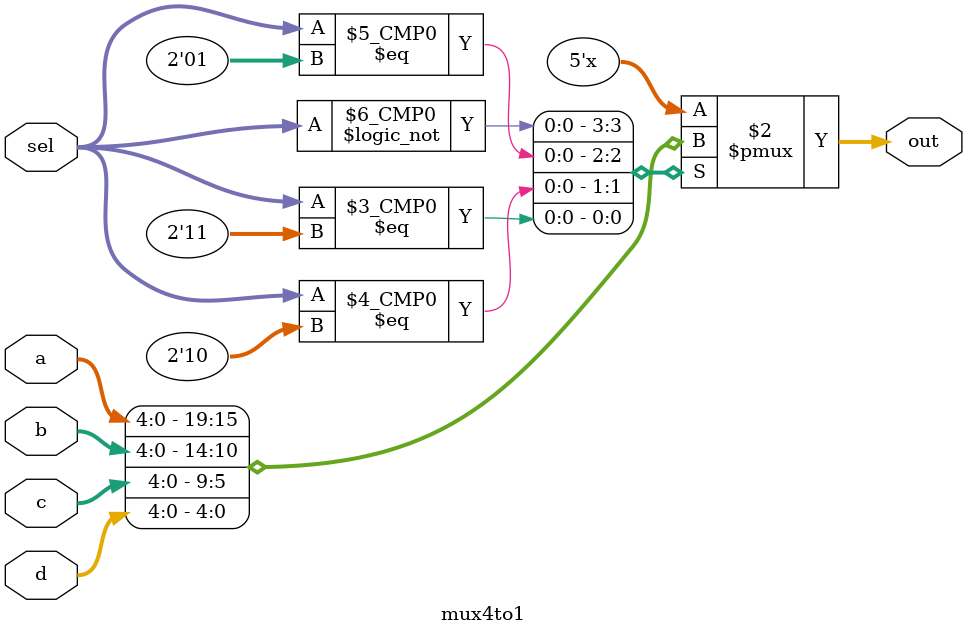
<source format=v>
module mux4to1(sel, a, b, c, d, out);

	input [1:0] sel;
	input [4:0] a, b, c, d;
	output reg [4:0] out;
	
	always @(*)
		begin
			case(sel)
				2'b00: out = a;
				2'b01: out = b;
				2'b10: out = c;
				2'b11: out = d;
			endcase
		end
endmodule
</source>
